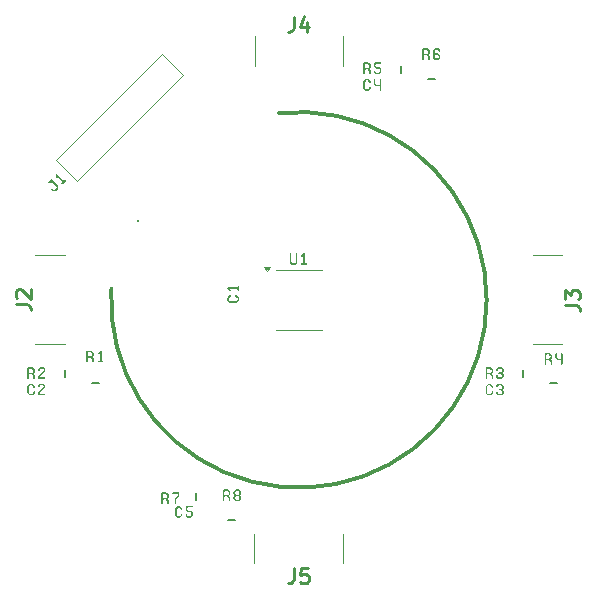
<source format=gbr>
%TF.GenerationSoftware,KiCad,Pcbnew,8.0.4*%
%TF.CreationDate,2024-09-16T16:08:36+01:00*%
%TF.ProjectId,algoritmi_motor_buttons_kicad,616c676f-7269-4746-9d69-5f6d6f746f72,rev?*%
%TF.SameCoordinates,Original*%
%TF.FileFunction,Legend,Top*%
%TF.FilePolarity,Positive*%
%FSLAX46Y46*%
G04 Gerber Fmt 4.6, Leading zero omitted, Abs format (unit mm)*
G04 Created by KiCad (PCBNEW 8.0.4) date 2024-09-16 16:08:36*
%MOMM*%
%LPD*%
G01*
G04 APERTURE LIST*
%ADD10C,0.300000*%
%ADD11C,0.250000*%
%ADD12C,0.150000*%
%ADD13C,0.254000*%
%ADD14C,0.200000*%
%ADD15C,0.100000*%
%ADD16C,0.120000*%
G04 APERTURE END LIST*
D10*
X141191137Y-74916820D02*
G75*
G02*
X127000005Y-89800000I1685083J-15813950D01*
G01*
D11*
G36*
X148803489Y-70649996D02*
G01*
X148949791Y-70798007D01*
X148968109Y-70843436D01*
X148968109Y-71010987D01*
X148948325Y-71056416D01*
X148892150Y-71113325D01*
X148873831Y-71158754D01*
X148892150Y-71205648D01*
X148949791Y-71262069D01*
X148968109Y-71307254D01*
X148968109Y-71557602D01*
X148949791Y-71602543D01*
X148904850Y-71620861D01*
X148858933Y-71602543D01*
X148840126Y-71557602D01*
X148840126Y-71354881D01*
X148825960Y-71319710D01*
X148744383Y-71238133D01*
X148709212Y-71224211D01*
X148533357Y-71224211D01*
X148488416Y-71242529D01*
X148470098Y-71287470D01*
X148470098Y-71557602D01*
X148451047Y-71602543D01*
X148405374Y-71620861D01*
X148360189Y-71602543D01*
X148341870Y-71557602D01*
X148341870Y-70820722D01*
X148470098Y-70820722D01*
X148470098Y-71033702D01*
X148488416Y-71080352D01*
X148533357Y-71099159D01*
X148709212Y-71099159D01*
X148744383Y-71084504D01*
X148825960Y-70999996D01*
X148840126Y-70963604D01*
X148840126Y-70890819D01*
X148825960Y-70854427D01*
X148744383Y-70769919D01*
X148709212Y-70755265D01*
X148533357Y-70755265D01*
X148488416Y-70774316D01*
X148470098Y-70820722D01*
X148341870Y-70820722D01*
X148341870Y-70694204D01*
X148360189Y-70648775D01*
X148405129Y-70630212D01*
X148757083Y-70630212D01*
X148803489Y-70649996D01*
G37*
G36*
X149365981Y-71388586D02*
G01*
X149380147Y-71423757D01*
X149432171Y-71475781D01*
X149467342Y-71489947D01*
X149634648Y-71489947D01*
X149669819Y-71475293D01*
X149721843Y-71421559D01*
X149736009Y-71384923D01*
X149736009Y-71251078D01*
X149721843Y-71214441D01*
X149669819Y-71160708D01*
X149634648Y-71146053D01*
X149419226Y-71146053D01*
X149374285Y-71126758D01*
X149256071Y-71011964D01*
X149237753Y-70966290D01*
X149237753Y-70692494D01*
X149256071Y-70648286D01*
X149301012Y-70630212D01*
X149800733Y-70630212D01*
X149845674Y-70648042D01*
X149863992Y-70692006D01*
X149845674Y-70737435D01*
X149800733Y-70755265D01*
X149429240Y-70755265D01*
X149384299Y-70773339D01*
X149365981Y-70817791D01*
X149365981Y-70920861D01*
X149380147Y-70955544D01*
X149432171Y-71007079D01*
X149467342Y-71021001D01*
X149681054Y-71021001D01*
X149726394Y-71039567D01*
X149727460Y-71040785D01*
X149845674Y-71158754D01*
X149863992Y-71205648D01*
X149863992Y-71431573D01*
X149845674Y-71477247D01*
X149727460Y-71595216D01*
X149681054Y-71615000D01*
X149419226Y-71615000D01*
X149374285Y-71595704D01*
X149256071Y-71481399D01*
X149237753Y-71436458D01*
X149237753Y-71371734D01*
X149256071Y-71326793D01*
X149301256Y-71308475D01*
X149346930Y-71326793D01*
X149365981Y-71371734D01*
X149365981Y-71388586D01*
G37*
G36*
X131703489Y-107049996D02*
G01*
X131849791Y-107198007D01*
X131868109Y-107243436D01*
X131868109Y-107410987D01*
X131848325Y-107456416D01*
X131792150Y-107513325D01*
X131773831Y-107558754D01*
X131792150Y-107605648D01*
X131849791Y-107662069D01*
X131868109Y-107707254D01*
X131868109Y-107957602D01*
X131849791Y-108002543D01*
X131804850Y-108020861D01*
X131758933Y-108002543D01*
X131740126Y-107957602D01*
X131740126Y-107754881D01*
X131725960Y-107719710D01*
X131644383Y-107638133D01*
X131609212Y-107624211D01*
X131433357Y-107624211D01*
X131388416Y-107642529D01*
X131370098Y-107687470D01*
X131370098Y-107957602D01*
X131351047Y-108002543D01*
X131305374Y-108020861D01*
X131260189Y-108002543D01*
X131241870Y-107957602D01*
X131241870Y-107220722D01*
X131370098Y-107220722D01*
X131370098Y-107433702D01*
X131388416Y-107480352D01*
X131433357Y-107499159D01*
X131609212Y-107499159D01*
X131644383Y-107484504D01*
X131725960Y-107399996D01*
X131740126Y-107363604D01*
X131740126Y-107290819D01*
X131725960Y-107254427D01*
X131644383Y-107169919D01*
X131609212Y-107155265D01*
X131433357Y-107155265D01*
X131388416Y-107174316D01*
X131370098Y-107220722D01*
X131241870Y-107220722D01*
X131241870Y-107094204D01*
X131260189Y-107048775D01*
X131305129Y-107030212D01*
X131657083Y-107030212D01*
X131703489Y-107049996D01*
G37*
G36*
X132514864Y-107948810D02*
G01*
X132496546Y-107993750D01*
X132451605Y-108012069D01*
X132405199Y-107993750D01*
X132386881Y-107948810D01*
X132386881Y-107519675D01*
X132405199Y-107474734D01*
X132621843Y-107258091D01*
X132636009Y-107222920D01*
X132636009Y-107218524D01*
X132617690Y-107173583D01*
X132572505Y-107155265D01*
X132201256Y-107155265D01*
X132156071Y-107137435D01*
X132137753Y-107092006D01*
X132156071Y-107048042D01*
X132201256Y-107030212D01*
X132700733Y-107030212D01*
X132745674Y-107048042D01*
X132763992Y-107092006D01*
X132763992Y-107270547D01*
X132745674Y-107315732D01*
X132529030Y-107532376D01*
X132514864Y-107567547D01*
X132514864Y-107948810D01*
G37*
D12*
G36*
X148470098Y-72758056D02*
G01*
X148484264Y-72793471D01*
X148565841Y-72875781D01*
X148601012Y-72889947D01*
X148709212Y-72889947D01*
X148744383Y-72875781D01*
X148825960Y-72794204D01*
X148840126Y-72759033D01*
X148840126Y-72716779D01*
X148858933Y-72671106D01*
X148904850Y-72652055D01*
X148949791Y-72671106D01*
X148968109Y-72716779D01*
X148968109Y-72806905D01*
X148948325Y-72851845D01*
X148802024Y-72997170D01*
X148757083Y-73015000D01*
X148552896Y-73015000D01*
X148506490Y-72995216D01*
X148360189Y-72848914D01*
X148341870Y-72803974D01*
X148341870Y-72241238D01*
X148360189Y-72196297D01*
X148506490Y-72049996D01*
X148551239Y-72030232D01*
X148552896Y-72030212D01*
X148757083Y-72030212D01*
X148802024Y-72048042D01*
X148948325Y-72193367D01*
X148968109Y-72238307D01*
X148968109Y-72328433D01*
X148949791Y-72374106D01*
X148904850Y-72393157D01*
X148858933Y-72374106D01*
X148840126Y-72328433D01*
X148840126Y-72286179D01*
X148825960Y-72251008D01*
X148744383Y-72169431D01*
X148709212Y-72155265D01*
X148601012Y-72155265D01*
X148565841Y-72169431D01*
X148484264Y-72251741D01*
X148470098Y-72287156D01*
X148470098Y-72758056D01*
G37*
G36*
X149672750Y-72499159D02*
G01*
X149717690Y-72480596D01*
X149736009Y-72434678D01*
X149736009Y-72094692D01*
X149754815Y-72049019D01*
X149800733Y-72030212D01*
X149845674Y-72048775D01*
X149863992Y-72094204D01*
X149863992Y-72957602D01*
X149845674Y-73002543D01*
X149800733Y-73020861D01*
X149754815Y-73002543D01*
X149736009Y-72957602D01*
X149736009Y-72687470D01*
X149717690Y-72642529D01*
X149672750Y-72624211D01*
X149419226Y-72624211D01*
X149374285Y-72604427D01*
X149256071Y-72486458D01*
X149237753Y-72439563D01*
X149237753Y-72094204D01*
X149256071Y-72048775D01*
X149301256Y-72030212D01*
X149346930Y-72049019D01*
X149365981Y-72094692D01*
X149365981Y-72395844D01*
X149380147Y-72431748D01*
X149432171Y-72484748D01*
X149467342Y-72499159D01*
X149672750Y-72499159D01*
G37*
G36*
X132520098Y-108908056D02*
G01*
X132534264Y-108943471D01*
X132615841Y-109025781D01*
X132651012Y-109039947D01*
X132759212Y-109039947D01*
X132794383Y-109025781D01*
X132875960Y-108944204D01*
X132890126Y-108909033D01*
X132890126Y-108866779D01*
X132908933Y-108821106D01*
X132954850Y-108802055D01*
X132999791Y-108821106D01*
X133018109Y-108866779D01*
X133018109Y-108956905D01*
X132998325Y-109001845D01*
X132852024Y-109147170D01*
X132807083Y-109165000D01*
X132602896Y-109165000D01*
X132556490Y-109145216D01*
X132410189Y-108998914D01*
X132391870Y-108953974D01*
X132391870Y-108391238D01*
X132410189Y-108346297D01*
X132556490Y-108199996D01*
X132601239Y-108180232D01*
X132602896Y-108180212D01*
X132807083Y-108180212D01*
X132852024Y-108198042D01*
X132998325Y-108343367D01*
X133018109Y-108388307D01*
X133018109Y-108478433D01*
X132999791Y-108524106D01*
X132954850Y-108543157D01*
X132908933Y-108524106D01*
X132890126Y-108478433D01*
X132890126Y-108436179D01*
X132875960Y-108401008D01*
X132794383Y-108319431D01*
X132759212Y-108305265D01*
X132651012Y-108305265D01*
X132615841Y-108319431D01*
X132534264Y-108401741D01*
X132520098Y-108437156D01*
X132520098Y-108908056D01*
G37*
G36*
X133415981Y-108938586D02*
G01*
X133430147Y-108973757D01*
X133482171Y-109025781D01*
X133517342Y-109039947D01*
X133684648Y-109039947D01*
X133719819Y-109025293D01*
X133771843Y-108971559D01*
X133786009Y-108934923D01*
X133786009Y-108801078D01*
X133771843Y-108764441D01*
X133719819Y-108710708D01*
X133684648Y-108696053D01*
X133469226Y-108696053D01*
X133424285Y-108676758D01*
X133306071Y-108561964D01*
X133287753Y-108516290D01*
X133287753Y-108242494D01*
X133306071Y-108198286D01*
X133351012Y-108180212D01*
X133850733Y-108180212D01*
X133895674Y-108198042D01*
X133913992Y-108242006D01*
X133895674Y-108287435D01*
X133850733Y-108305265D01*
X133479240Y-108305265D01*
X133434299Y-108323339D01*
X133415981Y-108367791D01*
X133415981Y-108470861D01*
X133430147Y-108505544D01*
X133482171Y-108557079D01*
X133517342Y-108571001D01*
X133731054Y-108571001D01*
X133776394Y-108589567D01*
X133777460Y-108590785D01*
X133895674Y-108708754D01*
X133913992Y-108755648D01*
X133913992Y-108981573D01*
X133895674Y-109027247D01*
X133777460Y-109145216D01*
X133731054Y-109165000D01*
X133469226Y-109165000D01*
X133424285Y-109145704D01*
X133306071Y-109031399D01*
X133287753Y-108986458D01*
X133287753Y-108921734D01*
X133306071Y-108876793D01*
X133351256Y-108858475D01*
X133396930Y-108876793D01*
X133415981Y-108921734D01*
X133415981Y-108938586D01*
G37*
D13*
X118904318Y-91123332D02*
X119811461Y-91123332D01*
X119811461Y-91123332D02*
X119992889Y-91183809D01*
X119992889Y-91183809D02*
X120113842Y-91304761D01*
X120113842Y-91304761D02*
X120174318Y-91486190D01*
X120174318Y-91486190D02*
X120174318Y-91607142D01*
X119025270Y-90579047D02*
X118964794Y-90518571D01*
X118964794Y-90518571D02*
X118904318Y-90397618D01*
X118904318Y-90397618D02*
X118904318Y-90095237D01*
X118904318Y-90095237D02*
X118964794Y-89974285D01*
X118964794Y-89974285D02*
X119025270Y-89913809D01*
X119025270Y-89913809D02*
X119146222Y-89853332D01*
X119146222Y-89853332D02*
X119267175Y-89853332D01*
X119267175Y-89853332D02*
X119448603Y-89913809D01*
X119448603Y-89913809D02*
X120174318Y-90639523D01*
X120174318Y-90639523D02*
X120174318Y-89853332D01*
D11*
G36*
X120358489Y-96449996D02*
G01*
X120504791Y-96598007D01*
X120523109Y-96643436D01*
X120523109Y-96810987D01*
X120503325Y-96856416D01*
X120447150Y-96913325D01*
X120428831Y-96958754D01*
X120447150Y-97005648D01*
X120504791Y-97062069D01*
X120523109Y-97107254D01*
X120523109Y-97357602D01*
X120504791Y-97402543D01*
X120459850Y-97420861D01*
X120413933Y-97402543D01*
X120395126Y-97357602D01*
X120395126Y-97154881D01*
X120380960Y-97119710D01*
X120299383Y-97038133D01*
X120264212Y-97024211D01*
X120088357Y-97024211D01*
X120043416Y-97042529D01*
X120025098Y-97087470D01*
X120025098Y-97357602D01*
X120006047Y-97402543D01*
X119960374Y-97420861D01*
X119915189Y-97402543D01*
X119896870Y-97357602D01*
X119896870Y-96620722D01*
X120025098Y-96620722D01*
X120025098Y-96833702D01*
X120043416Y-96880352D01*
X120088357Y-96899159D01*
X120264212Y-96899159D01*
X120299383Y-96884504D01*
X120380960Y-96799996D01*
X120395126Y-96763604D01*
X120395126Y-96690819D01*
X120380960Y-96654427D01*
X120299383Y-96569919D01*
X120264212Y-96555265D01*
X120088357Y-96555265D01*
X120043416Y-96574316D01*
X120025098Y-96620722D01*
X119896870Y-96620722D01*
X119896870Y-96494204D01*
X119915189Y-96448775D01*
X119960129Y-96430212D01*
X120312083Y-96430212D01*
X120358489Y-96449996D01*
G37*
G36*
X120920981Y-96673478D02*
G01*
X120901930Y-96718419D01*
X120856256Y-96736737D01*
X120811071Y-96718419D01*
X120792753Y-96673478D01*
X120792753Y-96608754D01*
X120811071Y-96563813D01*
X120929285Y-96449508D01*
X120974226Y-96430212D01*
X121237519Y-96430212D01*
X121282460Y-96449996D01*
X121400674Y-96567233D01*
X121418992Y-96612418D01*
X121418992Y-96699856D01*
X121400674Y-96745041D01*
X120934903Y-97212278D01*
X120923667Y-97239145D01*
X120943207Y-97275781D01*
X120984240Y-97289947D01*
X121355733Y-97289947D01*
X121400674Y-97308510D01*
X121418992Y-97353206D01*
X121400674Y-97397170D01*
X121355733Y-97415000D01*
X120856012Y-97415000D01*
X120811071Y-97396681D01*
X120792753Y-97351496D01*
X120792753Y-97196158D01*
X120811071Y-97150973D01*
X121279773Y-96680806D01*
X121291009Y-96652718D01*
X121279773Y-96624385D01*
X121224819Y-96569431D01*
X121189648Y-96555265D01*
X121022342Y-96555265D01*
X120987171Y-96569431D01*
X120935147Y-96621454D01*
X120920981Y-96656625D01*
X120920981Y-96673478D01*
G37*
D12*
G36*
X158825098Y-98558056D02*
G01*
X158839264Y-98593471D01*
X158920841Y-98675781D01*
X158956012Y-98689947D01*
X159064212Y-98689947D01*
X159099383Y-98675781D01*
X159180960Y-98594204D01*
X159195126Y-98559033D01*
X159195126Y-98516779D01*
X159213933Y-98471106D01*
X159259850Y-98452055D01*
X159304791Y-98471106D01*
X159323109Y-98516779D01*
X159323109Y-98606905D01*
X159303325Y-98651845D01*
X159157024Y-98797170D01*
X159112083Y-98815000D01*
X158907896Y-98815000D01*
X158861490Y-98795216D01*
X158715189Y-98648914D01*
X158696870Y-98603974D01*
X158696870Y-98041238D01*
X158715189Y-97996297D01*
X158861490Y-97849996D01*
X158906239Y-97830232D01*
X158907896Y-97830212D01*
X159112083Y-97830212D01*
X159157024Y-97848042D01*
X159303325Y-97993367D01*
X159323109Y-98038307D01*
X159323109Y-98128433D01*
X159304791Y-98174106D01*
X159259850Y-98193157D01*
X159213933Y-98174106D01*
X159195126Y-98128433D01*
X159195126Y-98086179D01*
X159180960Y-98051008D01*
X159099383Y-97969431D01*
X159064212Y-97955265D01*
X158956012Y-97955265D01*
X158920841Y-97969431D01*
X158839264Y-98051741D01*
X158825098Y-98087156D01*
X158825098Y-98558056D01*
G37*
G36*
X159720981Y-98073478D02*
G01*
X159701930Y-98118419D01*
X159656256Y-98136737D01*
X159611071Y-98118419D01*
X159592753Y-98073478D01*
X159592753Y-98008754D01*
X159611071Y-97963813D01*
X159729285Y-97849508D01*
X159774226Y-97830212D01*
X160037519Y-97830212D01*
X160082460Y-97849996D01*
X160200674Y-97966744D01*
X160218992Y-98011685D01*
X160218992Y-98204392D01*
X160200674Y-98249333D01*
X160172586Y-98277665D01*
X160154268Y-98322606D01*
X160172586Y-98369012D01*
X160200674Y-98397100D01*
X160218992Y-98442285D01*
X160218992Y-98633527D01*
X160200674Y-98678468D01*
X160082460Y-98795216D01*
X160037519Y-98815000D01*
X159774226Y-98815000D01*
X159729285Y-98795704D01*
X159611071Y-98681399D01*
X159592753Y-98636458D01*
X159592753Y-98571734D01*
X159611071Y-98527526D01*
X159656256Y-98509940D01*
X159701930Y-98527526D01*
X159720981Y-98571734D01*
X159720981Y-98588586D01*
X159735147Y-98623757D01*
X159787171Y-98675781D01*
X159822342Y-98689947D01*
X159989648Y-98689947D01*
X160024819Y-98676025D01*
X160076843Y-98624490D01*
X160091009Y-98589563D01*
X160091009Y-98494797D01*
X160076843Y-98459870D01*
X160024819Y-98406870D01*
X159989648Y-98392948D01*
X159829180Y-98392948D01*
X159782774Y-98374385D01*
X159764456Y-98329689D01*
X159782774Y-98285725D01*
X159829180Y-98267896D01*
X159989648Y-98267896D01*
X160024819Y-98253241D01*
X160076843Y-98197798D01*
X160091009Y-98161161D01*
X160091009Y-98060533D01*
X160076843Y-98023897D01*
X160024819Y-97969919D01*
X159989648Y-97955265D01*
X159822342Y-97955265D01*
X159787171Y-97969431D01*
X159735147Y-98021454D01*
X159720981Y-98056625D01*
X159720981Y-98073478D01*
G37*
D13*
X142426667Y-113454318D02*
X142426667Y-114361461D01*
X142426667Y-114361461D02*
X142366190Y-114542889D01*
X142366190Y-114542889D02*
X142245238Y-114663842D01*
X142245238Y-114663842D02*
X142063809Y-114724318D01*
X142063809Y-114724318D02*
X141942857Y-114724318D01*
X143636190Y-113454318D02*
X143031428Y-113454318D01*
X143031428Y-113454318D02*
X142970952Y-114059080D01*
X142970952Y-114059080D02*
X143031428Y-113998603D01*
X143031428Y-113998603D02*
X143152381Y-113938127D01*
X143152381Y-113938127D02*
X143454762Y-113938127D01*
X143454762Y-113938127D02*
X143575714Y-113998603D01*
X143575714Y-113998603D02*
X143636190Y-114059080D01*
X143636190Y-114059080D02*
X143696667Y-114180032D01*
X143696667Y-114180032D02*
X143696667Y-114482413D01*
X143696667Y-114482413D02*
X143636190Y-114603365D01*
X143636190Y-114603365D02*
X143575714Y-114663842D01*
X143575714Y-114663842D02*
X143454762Y-114724318D01*
X143454762Y-114724318D02*
X143152381Y-114724318D01*
X143152381Y-114724318D02*
X143031428Y-114663842D01*
X143031428Y-114663842D02*
X142970952Y-114603365D01*
D12*
G36*
X120025098Y-98558056D02*
G01*
X120039264Y-98593471D01*
X120120841Y-98675781D01*
X120156012Y-98689947D01*
X120264212Y-98689947D01*
X120299383Y-98675781D01*
X120380960Y-98594204D01*
X120395126Y-98559033D01*
X120395126Y-98516779D01*
X120413933Y-98471106D01*
X120459850Y-98452055D01*
X120504791Y-98471106D01*
X120523109Y-98516779D01*
X120523109Y-98606905D01*
X120503325Y-98651845D01*
X120357024Y-98797170D01*
X120312083Y-98815000D01*
X120107896Y-98815000D01*
X120061490Y-98795216D01*
X119915189Y-98648914D01*
X119896870Y-98603974D01*
X119896870Y-98041238D01*
X119915189Y-97996297D01*
X120061490Y-97849996D01*
X120106239Y-97830232D01*
X120107896Y-97830212D01*
X120312083Y-97830212D01*
X120357024Y-97848042D01*
X120503325Y-97993367D01*
X120523109Y-98038307D01*
X120523109Y-98128433D01*
X120504791Y-98174106D01*
X120459850Y-98193157D01*
X120413933Y-98174106D01*
X120395126Y-98128433D01*
X120395126Y-98086179D01*
X120380960Y-98051008D01*
X120299383Y-97969431D01*
X120264212Y-97955265D01*
X120156012Y-97955265D01*
X120120841Y-97969431D01*
X120039264Y-98051741D01*
X120025098Y-98087156D01*
X120025098Y-98558056D01*
G37*
G36*
X120920981Y-98073478D02*
G01*
X120901930Y-98118419D01*
X120856256Y-98136737D01*
X120811071Y-98118419D01*
X120792753Y-98073478D01*
X120792753Y-98008754D01*
X120811071Y-97963813D01*
X120929285Y-97849508D01*
X120974226Y-97830212D01*
X121237519Y-97830212D01*
X121282460Y-97849996D01*
X121400674Y-97967233D01*
X121418992Y-98012418D01*
X121418992Y-98099856D01*
X121400674Y-98145041D01*
X120934903Y-98612278D01*
X120923667Y-98639145D01*
X120943207Y-98675781D01*
X120984240Y-98689947D01*
X121355733Y-98689947D01*
X121400674Y-98708510D01*
X121418992Y-98753206D01*
X121400674Y-98797170D01*
X121355733Y-98815000D01*
X120856012Y-98815000D01*
X120811071Y-98796681D01*
X120792753Y-98751496D01*
X120792753Y-98596158D01*
X120811071Y-98550973D01*
X121279773Y-98080806D01*
X121291009Y-98052718D01*
X121279773Y-98024385D01*
X121224819Y-97969431D01*
X121189648Y-97955265D01*
X121022342Y-97955265D01*
X120987171Y-97969431D01*
X120935147Y-98021454D01*
X120920981Y-98056625D01*
X120920981Y-98073478D01*
G37*
D11*
G36*
X153803489Y-69449996D02*
G01*
X153949791Y-69598007D01*
X153968109Y-69643436D01*
X153968109Y-69810987D01*
X153948325Y-69856416D01*
X153892150Y-69913325D01*
X153873831Y-69958754D01*
X153892150Y-70005648D01*
X153949791Y-70062069D01*
X153968109Y-70107254D01*
X153968109Y-70357602D01*
X153949791Y-70402543D01*
X153904850Y-70420861D01*
X153858933Y-70402543D01*
X153840126Y-70357602D01*
X153840126Y-70154881D01*
X153825960Y-70119710D01*
X153744383Y-70038133D01*
X153709212Y-70024211D01*
X153533357Y-70024211D01*
X153488416Y-70042529D01*
X153470098Y-70087470D01*
X153470098Y-70357602D01*
X153451047Y-70402543D01*
X153405374Y-70420861D01*
X153360189Y-70402543D01*
X153341870Y-70357602D01*
X153341870Y-69620722D01*
X153470098Y-69620722D01*
X153470098Y-69833702D01*
X153488416Y-69880352D01*
X153533357Y-69899159D01*
X153709212Y-69899159D01*
X153744383Y-69884504D01*
X153825960Y-69799996D01*
X153840126Y-69763604D01*
X153840126Y-69690819D01*
X153825960Y-69654427D01*
X153744383Y-69569919D01*
X153709212Y-69555265D01*
X153533357Y-69555265D01*
X153488416Y-69574316D01*
X153470098Y-69620722D01*
X153341870Y-69620722D01*
X153341870Y-69494204D01*
X153360189Y-69448775D01*
X153405129Y-69430212D01*
X153757083Y-69430212D01*
X153803489Y-69449996D01*
G37*
G36*
X154727460Y-69449508D02*
G01*
X154845674Y-69563813D01*
X154863992Y-69608754D01*
X154863992Y-69673478D01*
X154845674Y-69718419D01*
X154800733Y-69736737D01*
X154754815Y-69718419D01*
X154736009Y-69673478D01*
X154736009Y-69656625D01*
X154721843Y-69621454D01*
X154669819Y-69569431D01*
X154634648Y-69555265D01*
X154467342Y-69555265D01*
X154432171Y-69569919D01*
X154380147Y-69623897D01*
X154365981Y-69660533D01*
X154365981Y-69800729D01*
X154383172Y-69847112D01*
X154384299Y-69848356D01*
X154429240Y-69867896D01*
X154681054Y-69867896D01*
X154727460Y-69885969D01*
X154845674Y-70003695D01*
X154863992Y-70047903D01*
X154863992Y-70236214D01*
X154845674Y-70280666D01*
X154727460Y-70395704D01*
X154681054Y-70415000D01*
X154419226Y-70415000D01*
X154374285Y-70395216D01*
X154256071Y-70278468D01*
X154237753Y-70233527D01*
X154237753Y-70057184D01*
X154365981Y-70057184D01*
X154365981Y-70189563D01*
X154380147Y-70224490D01*
X154432171Y-70276025D01*
X154467342Y-70289947D01*
X154634648Y-70289947D01*
X154669819Y-70276025D01*
X154721843Y-70224490D01*
X154736009Y-70189563D01*
X154736009Y-70094797D01*
X154721843Y-70059870D01*
X154669819Y-70006870D01*
X154634648Y-69992948D01*
X154429240Y-69992948D01*
X154384299Y-70011755D01*
X154365981Y-70057184D01*
X154237753Y-70057184D01*
X154237753Y-69611685D01*
X154256071Y-69566744D01*
X154374285Y-69449996D01*
X154419226Y-69430212D01*
X154681054Y-69430212D01*
X154727460Y-69449508D01*
G37*
G36*
X159158489Y-96449996D02*
G01*
X159304791Y-96598007D01*
X159323109Y-96643436D01*
X159323109Y-96810987D01*
X159303325Y-96856416D01*
X159247150Y-96913325D01*
X159228831Y-96958754D01*
X159247150Y-97005648D01*
X159304791Y-97062069D01*
X159323109Y-97107254D01*
X159323109Y-97357602D01*
X159304791Y-97402543D01*
X159259850Y-97420861D01*
X159213933Y-97402543D01*
X159195126Y-97357602D01*
X159195126Y-97154881D01*
X159180960Y-97119710D01*
X159099383Y-97038133D01*
X159064212Y-97024211D01*
X158888357Y-97024211D01*
X158843416Y-97042529D01*
X158825098Y-97087470D01*
X158825098Y-97357602D01*
X158806047Y-97402543D01*
X158760374Y-97420861D01*
X158715189Y-97402543D01*
X158696870Y-97357602D01*
X158696870Y-96620722D01*
X158825098Y-96620722D01*
X158825098Y-96833702D01*
X158843416Y-96880352D01*
X158888357Y-96899159D01*
X159064212Y-96899159D01*
X159099383Y-96884504D01*
X159180960Y-96799996D01*
X159195126Y-96763604D01*
X159195126Y-96690819D01*
X159180960Y-96654427D01*
X159099383Y-96569919D01*
X159064212Y-96555265D01*
X158888357Y-96555265D01*
X158843416Y-96574316D01*
X158825098Y-96620722D01*
X158696870Y-96620722D01*
X158696870Y-96494204D01*
X158715189Y-96448775D01*
X158760129Y-96430212D01*
X159112083Y-96430212D01*
X159158489Y-96449996D01*
G37*
G36*
X159720981Y-96673478D02*
G01*
X159701930Y-96718419D01*
X159656256Y-96736737D01*
X159611071Y-96718419D01*
X159592753Y-96673478D01*
X159592753Y-96608754D01*
X159611071Y-96563813D01*
X159729285Y-96449508D01*
X159774226Y-96430212D01*
X160037519Y-96430212D01*
X160082460Y-96449996D01*
X160200674Y-96566744D01*
X160218992Y-96611685D01*
X160218992Y-96804392D01*
X160200674Y-96849333D01*
X160172586Y-96877665D01*
X160154268Y-96922606D01*
X160172586Y-96969012D01*
X160200674Y-96997100D01*
X160218992Y-97042285D01*
X160218992Y-97233527D01*
X160200674Y-97278468D01*
X160082460Y-97395216D01*
X160037519Y-97415000D01*
X159774226Y-97415000D01*
X159729285Y-97395704D01*
X159611071Y-97281399D01*
X159592753Y-97236458D01*
X159592753Y-97171734D01*
X159611071Y-97127526D01*
X159656256Y-97109940D01*
X159701930Y-97127526D01*
X159720981Y-97171734D01*
X159720981Y-97188586D01*
X159735147Y-97223757D01*
X159787171Y-97275781D01*
X159822342Y-97289947D01*
X159989648Y-97289947D01*
X160024819Y-97276025D01*
X160076843Y-97224490D01*
X160091009Y-97189563D01*
X160091009Y-97094797D01*
X160076843Y-97059870D01*
X160024819Y-97006870D01*
X159989648Y-96992948D01*
X159829180Y-96992948D01*
X159782774Y-96974385D01*
X159764456Y-96929689D01*
X159782774Y-96885725D01*
X159829180Y-96867896D01*
X159989648Y-96867896D01*
X160024819Y-96853241D01*
X160076843Y-96797798D01*
X160091009Y-96761161D01*
X160091009Y-96660533D01*
X160076843Y-96623897D01*
X160024819Y-96569919D01*
X159989648Y-96555265D01*
X159822342Y-96555265D01*
X159787171Y-96569431D01*
X159735147Y-96621454D01*
X159720981Y-96656625D01*
X159720981Y-96673478D01*
G37*
D12*
G36*
X142246315Y-87519114D02*
G01*
X142260481Y-87554285D01*
X142312505Y-87606553D01*
X142347676Y-87620719D01*
X142514982Y-87620719D01*
X142550153Y-87606553D01*
X142602177Y-87554285D01*
X142616343Y-87519114D01*
X142616343Y-86824487D01*
X142635150Y-86779303D01*
X142681067Y-86760984D01*
X142726008Y-86779303D01*
X142744326Y-86824243D01*
X142744326Y-87564299D01*
X142726008Y-87609240D01*
X142607794Y-87725988D01*
X142561388Y-87745772D01*
X142299560Y-87745772D01*
X142254619Y-87725988D01*
X142136406Y-87609240D01*
X142118087Y-87564299D01*
X142118087Y-86824243D01*
X142136406Y-86779303D01*
X142181591Y-86760984D01*
X142227264Y-86779303D01*
X142246315Y-86824487D01*
X142246315Y-87519114D01*
G37*
G36*
X143263098Y-87001075D02*
G01*
X143257480Y-86989596D01*
X143248932Y-86993992D01*
X143187138Y-87057495D01*
X143140732Y-87075813D01*
X143095547Y-87057495D01*
X143077473Y-87012310D01*
X143095792Y-86965660D01*
X143281416Y-86779303D01*
X143327822Y-86760984D01*
X143372763Y-86779303D01*
X143391081Y-86824487D01*
X143391081Y-87557216D01*
X143409399Y-87602401D01*
X143454340Y-87620719D01*
X143513447Y-87620719D01*
X143558388Y-87639282D01*
X143576706Y-87683978D01*
X143558388Y-87727942D01*
X143513447Y-87745772D01*
X143140732Y-87745772D01*
X143095547Y-87727942D01*
X143077473Y-87683978D01*
X143095547Y-87639282D01*
X143140732Y-87620719D01*
X143199839Y-87620719D01*
X143244780Y-87602401D01*
X143263098Y-87557216D01*
X143263098Y-87001075D01*
G37*
D11*
G36*
X121946842Y-80714359D02*
G01*
X121901939Y-80695361D01*
X121856863Y-80714186D01*
X121770337Y-80800712D01*
X121725433Y-80819364D01*
X121680875Y-80800712D01*
X121662741Y-80756672D01*
X121681912Y-80712287D01*
X121859108Y-80535091D01*
X121903839Y-80516266D01*
X121948569Y-80535091D01*
X122470832Y-81057353D01*
X122490693Y-81103120D01*
X122489657Y-81269263D01*
X122471868Y-81315030D01*
X122285691Y-81501207D01*
X122240269Y-81519341D01*
X122075854Y-81522104D01*
X122030086Y-81502243D01*
X121946497Y-81418653D01*
X121927154Y-81373404D01*
X121945633Y-81327983D01*
X121991400Y-81309158D01*
X122037167Y-81327983D01*
X122087943Y-81378758D01*
X122122829Y-81393611D01*
X122196402Y-81393611D01*
X122231289Y-81378758D01*
X122349592Y-81260455D01*
X122364445Y-81225568D01*
X122364099Y-81151650D01*
X122349074Y-81116591D01*
X121946842Y-80714359D01*
G37*
G36*
X122440435Y-80293302D02*
G01*
X122428346Y-80289157D01*
X122425410Y-80298311D01*
X122426619Y-80386909D01*
X122406758Y-80432676D01*
X122361854Y-80451674D01*
X122317123Y-80432503D01*
X122297090Y-80386564D01*
X122296571Y-80123533D01*
X122316433Y-80077766D01*
X122361163Y-80058941D01*
X122406067Y-80077938D01*
X122924184Y-80596056D01*
X122969088Y-80615053D01*
X123013819Y-80596228D01*
X123055613Y-80554434D01*
X123100517Y-80535781D01*
X123145075Y-80554434D01*
X123163209Y-80598474D01*
X123144039Y-80642859D01*
X122880490Y-80906408D01*
X122835932Y-80925751D01*
X122792064Y-80907444D01*
X122773239Y-80863059D01*
X122792064Y-80817983D01*
X122833859Y-80776188D01*
X122852684Y-80731457D01*
X122833686Y-80686553D01*
X122440435Y-80293302D01*
G37*
D12*
G36*
X137558056Y-90829901D02*
G01*
X137593471Y-90815735D01*
X137675781Y-90734158D01*
X137689947Y-90698987D01*
X137689947Y-90590787D01*
X137675781Y-90555616D01*
X137594204Y-90474039D01*
X137559033Y-90459873D01*
X137516779Y-90459873D01*
X137471106Y-90441066D01*
X137452055Y-90395149D01*
X137471106Y-90350208D01*
X137516779Y-90331890D01*
X137606905Y-90331890D01*
X137651845Y-90351674D01*
X137797170Y-90497975D01*
X137815000Y-90542916D01*
X137815000Y-90747103D01*
X137795216Y-90793509D01*
X137648914Y-90939810D01*
X137603974Y-90958129D01*
X137041238Y-90958129D01*
X136996297Y-90939810D01*
X136849996Y-90793509D01*
X136830232Y-90748760D01*
X136830212Y-90747103D01*
X136830212Y-90542916D01*
X136848042Y-90497975D01*
X136993367Y-90351674D01*
X137038307Y-90331890D01*
X137128433Y-90331890D01*
X137174106Y-90350208D01*
X137193157Y-90395149D01*
X137174106Y-90441066D01*
X137128433Y-90459873D01*
X137086179Y-90459873D01*
X137051008Y-90474039D01*
X136969431Y-90555616D01*
X136955265Y-90590787D01*
X136955265Y-90698987D01*
X136969431Y-90734158D01*
X137051741Y-90815735D01*
X137087156Y-90829901D01*
X137558056Y-90829901D01*
G37*
G36*
X137070303Y-89813118D02*
G01*
X137058824Y-89818736D01*
X137063220Y-89827284D01*
X137126723Y-89889078D01*
X137145041Y-89935484D01*
X137126723Y-89980669D01*
X137081538Y-89998743D01*
X137034888Y-89980424D01*
X136848531Y-89794800D01*
X136830212Y-89748394D01*
X136848531Y-89703453D01*
X136893715Y-89685135D01*
X137626444Y-89685135D01*
X137671629Y-89666817D01*
X137689947Y-89621876D01*
X137689947Y-89562769D01*
X137708510Y-89517828D01*
X137753206Y-89499510D01*
X137797170Y-89517828D01*
X137815000Y-89562769D01*
X137815000Y-89935484D01*
X137797170Y-89980669D01*
X137753206Y-89998743D01*
X137708510Y-89980669D01*
X137689947Y-89935484D01*
X137689947Y-89876377D01*
X137671629Y-89831436D01*
X137626444Y-89813118D01*
X137070303Y-89813118D01*
G37*
D13*
X142426667Y-66754318D02*
X142426667Y-67661461D01*
X142426667Y-67661461D02*
X142366190Y-67842889D01*
X142366190Y-67842889D02*
X142245238Y-67963842D01*
X142245238Y-67963842D02*
X142063809Y-68024318D01*
X142063809Y-68024318D02*
X141942857Y-68024318D01*
X143575714Y-67177651D02*
X143575714Y-68024318D01*
X143273333Y-66693842D02*
X142970952Y-67600984D01*
X142970952Y-67600984D02*
X143757143Y-67600984D01*
D11*
G36*
X125358489Y-95049996D02*
G01*
X125504791Y-95198007D01*
X125523109Y-95243436D01*
X125523109Y-95410987D01*
X125503325Y-95456416D01*
X125447150Y-95513325D01*
X125428831Y-95558754D01*
X125447150Y-95605648D01*
X125504791Y-95662069D01*
X125523109Y-95707254D01*
X125523109Y-95957602D01*
X125504791Y-96002543D01*
X125459850Y-96020861D01*
X125413933Y-96002543D01*
X125395126Y-95957602D01*
X125395126Y-95754881D01*
X125380960Y-95719710D01*
X125299383Y-95638133D01*
X125264212Y-95624211D01*
X125088357Y-95624211D01*
X125043416Y-95642529D01*
X125025098Y-95687470D01*
X125025098Y-95957602D01*
X125006047Y-96002543D01*
X124960374Y-96020861D01*
X124915189Y-96002543D01*
X124896870Y-95957602D01*
X124896870Y-95220722D01*
X125025098Y-95220722D01*
X125025098Y-95433702D01*
X125043416Y-95480352D01*
X125088357Y-95499159D01*
X125264212Y-95499159D01*
X125299383Y-95484504D01*
X125380960Y-95399996D01*
X125395126Y-95363604D01*
X125395126Y-95290819D01*
X125380960Y-95254427D01*
X125299383Y-95169919D01*
X125264212Y-95155265D01*
X125088357Y-95155265D01*
X125043416Y-95174316D01*
X125025098Y-95220722D01*
X124896870Y-95220722D01*
X124896870Y-95094204D01*
X124915189Y-95048775D01*
X124960129Y-95030212D01*
X125312083Y-95030212D01*
X125358489Y-95049996D01*
G37*
G36*
X126041881Y-95270303D02*
G01*
X126036263Y-95258824D01*
X126027715Y-95263220D01*
X125965921Y-95326723D01*
X125919515Y-95345041D01*
X125874330Y-95326723D01*
X125856256Y-95281538D01*
X125874575Y-95234888D01*
X126060199Y-95048531D01*
X126106605Y-95030212D01*
X126151546Y-95048531D01*
X126169864Y-95093715D01*
X126169864Y-95826444D01*
X126188182Y-95871629D01*
X126233123Y-95889947D01*
X126292230Y-95889947D01*
X126337171Y-95908510D01*
X126355489Y-95953206D01*
X126337171Y-95997170D01*
X126292230Y-96015000D01*
X125919515Y-96015000D01*
X125874330Y-95997170D01*
X125856256Y-95953206D01*
X125874330Y-95908510D01*
X125919515Y-95889947D01*
X125978622Y-95889947D01*
X126023563Y-95871629D01*
X126041881Y-95826444D01*
X126041881Y-95270303D01*
G37*
D13*
X165404318Y-91173332D02*
X166311461Y-91173332D01*
X166311461Y-91173332D02*
X166492889Y-91233809D01*
X166492889Y-91233809D02*
X166613842Y-91354761D01*
X166613842Y-91354761D02*
X166674318Y-91536190D01*
X166674318Y-91536190D02*
X166674318Y-91657142D01*
X165404318Y-90689523D02*
X165404318Y-89903332D01*
X165404318Y-89903332D02*
X165888127Y-90326666D01*
X165888127Y-90326666D02*
X165888127Y-90145237D01*
X165888127Y-90145237D02*
X165948603Y-90024285D01*
X165948603Y-90024285D02*
X166009080Y-89963809D01*
X166009080Y-89963809D02*
X166130032Y-89903332D01*
X166130032Y-89903332D02*
X166432413Y-89903332D01*
X166432413Y-89903332D02*
X166553365Y-89963809D01*
X166553365Y-89963809D02*
X166613842Y-90024285D01*
X166613842Y-90024285D02*
X166674318Y-90145237D01*
X166674318Y-90145237D02*
X166674318Y-90508094D01*
X166674318Y-90508094D02*
X166613842Y-90629047D01*
X166613842Y-90629047D02*
X166553365Y-90689523D01*
D11*
G36*
X136903489Y-106799996D02*
G01*
X137049791Y-106948007D01*
X137068109Y-106993436D01*
X137068109Y-107160987D01*
X137048325Y-107206416D01*
X136992150Y-107263325D01*
X136973831Y-107308754D01*
X136992150Y-107355648D01*
X137049791Y-107412069D01*
X137068109Y-107457254D01*
X137068109Y-107707602D01*
X137049791Y-107752543D01*
X137004850Y-107770861D01*
X136958933Y-107752543D01*
X136940126Y-107707602D01*
X136940126Y-107504881D01*
X136925960Y-107469710D01*
X136844383Y-107388133D01*
X136809212Y-107374211D01*
X136633357Y-107374211D01*
X136588416Y-107392529D01*
X136570098Y-107437470D01*
X136570098Y-107707602D01*
X136551047Y-107752543D01*
X136505374Y-107770861D01*
X136460189Y-107752543D01*
X136441870Y-107707602D01*
X136441870Y-106970722D01*
X136570098Y-106970722D01*
X136570098Y-107183702D01*
X136588416Y-107230352D01*
X136633357Y-107249159D01*
X136809212Y-107249159D01*
X136844383Y-107234504D01*
X136925960Y-107149996D01*
X136940126Y-107113604D01*
X136940126Y-107040819D01*
X136925960Y-107004427D01*
X136844383Y-106919919D01*
X136809212Y-106905265D01*
X136633357Y-106905265D01*
X136588416Y-106924316D01*
X136570098Y-106970722D01*
X136441870Y-106970722D01*
X136441870Y-106844204D01*
X136460189Y-106798775D01*
X136505129Y-106780212D01*
X136857083Y-106780212D01*
X136903489Y-106799996D01*
G37*
G36*
X137827460Y-106799996D02*
G01*
X137945674Y-106916744D01*
X137963992Y-106961685D01*
X137963992Y-107154392D01*
X137945674Y-107199333D01*
X137917586Y-107227665D01*
X137899268Y-107272606D01*
X137917586Y-107319012D01*
X137945674Y-107347100D01*
X137963992Y-107392285D01*
X137963992Y-107583527D01*
X137945674Y-107628468D01*
X137827460Y-107745216D01*
X137782519Y-107765000D01*
X137519226Y-107765000D01*
X137474285Y-107745216D01*
X137356071Y-107628468D01*
X137337753Y-107583527D01*
X137337753Y-107444797D01*
X137465981Y-107444797D01*
X137465981Y-107539563D01*
X137480147Y-107574490D01*
X137532171Y-107626025D01*
X137567342Y-107639947D01*
X137734648Y-107639947D01*
X137769819Y-107626025D01*
X137821843Y-107574490D01*
X137836009Y-107539563D01*
X137836009Y-107444797D01*
X137821843Y-107409870D01*
X137769819Y-107356870D01*
X137734648Y-107342948D01*
X137567342Y-107342948D01*
X137532171Y-107356870D01*
X137480147Y-107409870D01*
X137465981Y-107444797D01*
X137337753Y-107444797D01*
X137337753Y-107392285D01*
X137356071Y-107347100D01*
X137384404Y-107319012D01*
X137402478Y-107272606D01*
X137384404Y-107227665D01*
X137356071Y-107199333D01*
X137337753Y-107154392D01*
X137337753Y-107010533D01*
X137465981Y-107010533D01*
X137465981Y-107111161D01*
X137480147Y-107147798D01*
X137532171Y-107203241D01*
X137567342Y-107217896D01*
X137734648Y-107217896D01*
X137769819Y-107203241D01*
X137821843Y-107147798D01*
X137836009Y-107111161D01*
X137836009Y-107010533D01*
X137821843Y-106973897D01*
X137769819Y-106919919D01*
X137734648Y-106905265D01*
X137567342Y-106905265D01*
X137532171Y-106919919D01*
X137480147Y-106973897D01*
X137465981Y-107010533D01*
X137337753Y-107010533D01*
X137337753Y-106961685D01*
X137356071Y-106916744D01*
X137474285Y-106799996D01*
X137519226Y-106780212D01*
X137782519Y-106780212D01*
X137827460Y-106799996D01*
G37*
G36*
X164158489Y-95249996D02*
G01*
X164304791Y-95398007D01*
X164323109Y-95443436D01*
X164323109Y-95610987D01*
X164303325Y-95656416D01*
X164247150Y-95713325D01*
X164228831Y-95758754D01*
X164247150Y-95805648D01*
X164304791Y-95862069D01*
X164323109Y-95907254D01*
X164323109Y-96157602D01*
X164304791Y-96202543D01*
X164259850Y-96220861D01*
X164213933Y-96202543D01*
X164195126Y-96157602D01*
X164195126Y-95954881D01*
X164180960Y-95919710D01*
X164099383Y-95838133D01*
X164064212Y-95824211D01*
X163888357Y-95824211D01*
X163843416Y-95842529D01*
X163825098Y-95887470D01*
X163825098Y-96157602D01*
X163806047Y-96202543D01*
X163760374Y-96220861D01*
X163715189Y-96202543D01*
X163696870Y-96157602D01*
X163696870Y-95420722D01*
X163825098Y-95420722D01*
X163825098Y-95633702D01*
X163843416Y-95680352D01*
X163888357Y-95699159D01*
X164064212Y-95699159D01*
X164099383Y-95684504D01*
X164180960Y-95599996D01*
X164195126Y-95563604D01*
X164195126Y-95490819D01*
X164180960Y-95454427D01*
X164099383Y-95369919D01*
X164064212Y-95355265D01*
X163888357Y-95355265D01*
X163843416Y-95374316D01*
X163825098Y-95420722D01*
X163696870Y-95420722D01*
X163696870Y-95294204D01*
X163715189Y-95248775D01*
X163760129Y-95230212D01*
X164112083Y-95230212D01*
X164158489Y-95249996D01*
G37*
G36*
X165027750Y-95699159D02*
G01*
X165072690Y-95680596D01*
X165091009Y-95634678D01*
X165091009Y-95294692D01*
X165109815Y-95249019D01*
X165155733Y-95230212D01*
X165200674Y-95248775D01*
X165218992Y-95294204D01*
X165218992Y-96157602D01*
X165200674Y-96202543D01*
X165155733Y-96220861D01*
X165109815Y-96202543D01*
X165091009Y-96157602D01*
X165091009Y-95887470D01*
X165072690Y-95842529D01*
X165027750Y-95824211D01*
X164774226Y-95824211D01*
X164729285Y-95804427D01*
X164611071Y-95686458D01*
X164592753Y-95639563D01*
X164592753Y-95294204D01*
X164611071Y-95248775D01*
X164656256Y-95230212D01*
X164701930Y-95249019D01*
X164720981Y-95294692D01*
X164720981Y-95595844D01*
X164735147Y-95631748D01*
X164787171Y-95684748D01*
X164822342Y-95699159D01*
X165027750Y-95699159D01*
G37*
D14*
%TO.C,R5*%
X151500000Y-71500000D02*
X151500000Y-70900000D01*
%TO.C,R7*%
X134200000Y-107700000D02*
X134200000Y-107100000D01*
D15*
%TO.C,J2*%
X120550000Y-86950000D02*
X123050000Y-86950000D01*
X120550000Y-94450000D02*
X123050000Y-94450000D01*
D14*
%TO.C,R2*%
X123055000Y-97300000D02*
X123055000Y-96700000D01*
D15*
%TO.C,J5*%
X139100000Y-113050000D02*
X139100000Y-110550000D01*
X146600000Y-113050000D02*
X146600000Y-110550000D01*
D14*
%TO.C,R6*%
X153800000Y-72000000D02*
X154400000Y-72000000D01*
%TO.C,R3*%
X161855000Y-97300000D02*
X161855000Y-96700000D01*
D16*
%TO.C,U1*%
X142876217Y-88170772D02*
X140926217Y-88170772D01*
X142876217Y-88170772D02*
X144826217Y-88170772D01*
X142876217Y-93290772D02*
X140926217Y-93290772D01*
X142876217Y-93290772D02*
X144826217Y-93290772D01*
X140176217Y-88265772D02*
X139936217Y-87935772D01*
X140416217Y-87935772D01*
X140176217Y-88265772D01*
G36*
X140176217Y-88265772D02*
G01*
X139936217Y-87935772D01*
X140416217Y-87935772D01*
X140176217Y-88265772D01*
G37*
D15*
%TO.C,J1*%
X122322347Y-78902603D02*
X131302603Y-69922347D01*
X124118398Y-80698654D02*
X122322347Y-78902603D01*
X131302603Y-69922347D02*
X133098654Y-71718398D01*
X133098654Y-71718398D02*
X124118398Y-80698654D01*
D14*
X129316135Y-84050340D02*
G75*
G02*
X129216135Y-84050340I-50000J0D01*
G01*
X129216135Y-84050340D02*
G75*
G02*
X129316135Y-84050340I50000J0D01*
G01*
D15*
%TO.C,J4*%
X139150000Y-68400000D02*
X139150000Y-70900000D01*
X146650000Y-68400000D02*
X146650000Y-70900000D01*
D14*
%TO.C,R1*%
X125355000Y-97800000D02*
X125955000Y-97800000D01*
D15*
%TO.C,J3*%
X165200000Y-86950000D02*
X162700000Y-86950000D01*
X165200000Y-94450000D02*
X162700000Y-94450000D01*
D14*
%TO.C,R8*%
X136900000Y-109350000D02*
X137500000Y-109350000D01*
%TO.C,R4*%
X164155000Y-97800000D02*
X164755000Y-97800000D01*
%TD*%
M02*

</source>
